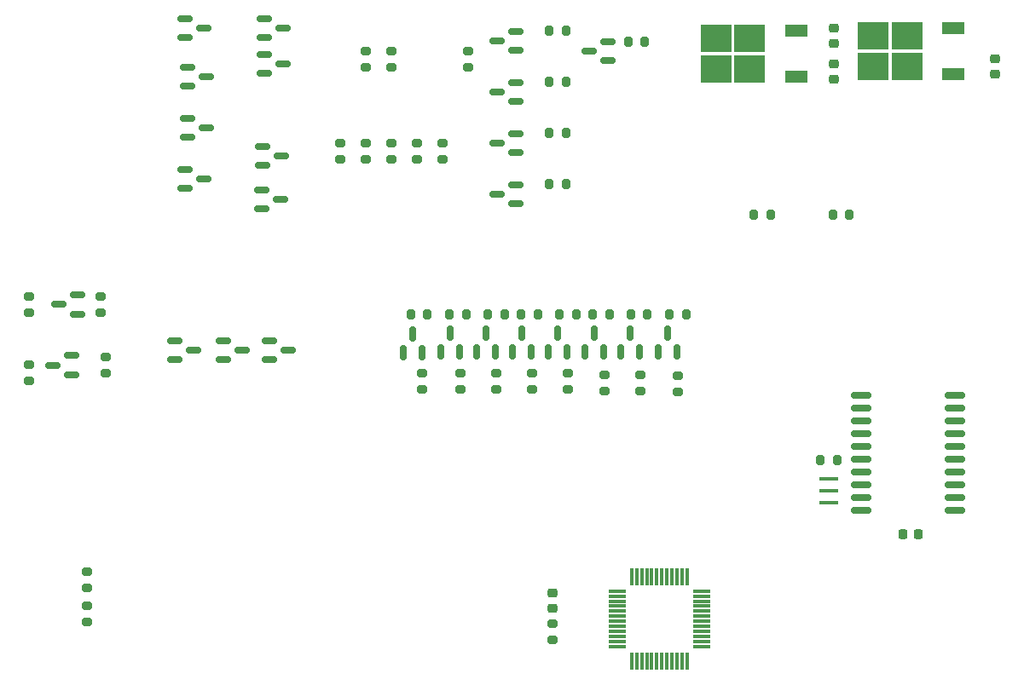
<source format=gbr>
%TF.GenerationSoftware,KiCad,Pcbnew,(6.0.1)*%
%TF.CreationDate,2023-03-04T22:59:05-07:00*%
%TF.ProjectId,DevBoard2.0,44657642-6f61-4726-9432-2e302e6b6963,rev?*%
%TF.SameCoordinates,Original*%
%TF.FileFunction,Paste,Bot*%
%TF.FilePolarity,Positive*%
%FSLAX46Y46*%
G04 Gerber Fmt 4.6, Leading zero omitted, Abs format (unit mm)*
G04 Created by KiCad (PCBNEW (6.0.1)) date 2023-03-04 22:59:05*
%MOMM*%
%LPD*%
G01*
G04 APERTURE LIST*
G04 Aperture macros list*
%AMRoundRect*
0 Rectangle with rounded corners*
0 $1 Rounding radius*
0 $2 $3 $4 $5 $6 $7 $8 $9 X,Y pos of 4 corners*
0 Add a 4 corners polygon primitive as box body*
4,1,4,$2,$3,$4,$5,$6,$7,$8,$9,$2,$3,0*
0 Add four circle primitives for the rounded corners*
1,1,$1+$1,$2,$3*
1,1,$1+$1,$4,$5*
1,1,$1+$1,$6,$7*
1,1,$1+$1,$8,$9*
0 Add four rect primitives between the rounded corners*
20,1,$1+$1,$2,$3,$4,$5,0*
20,1,$1+$1,$4,$5,$6,$7,0*
20,1,$1+$1,$6,$7,$8,$9,0*
20,1,$1+$1,$8,$9,$2,$3,0*%
G04 Aperture macros list end*
%ADD10RoundRect,0.011200X-0.128800X0.768800X-0.128800X-0.768800X0.128800X-0.768800X0.128800X0.768800X0*%
%ADD11RoundRect,0.011200X-0.768800X-0.128800X0.768800X-0.128800X0.768800X0.128800X-0.768800X0.128800X0*%
%ADD12RoundRect,0.200000X-0.200000X-0.275000X0.200000X-0.275000X0.200000X0.275000X-0.200000X0.275000X0*%
%ADD13R,1.900000X0.400000*%
%ADD14RoundRect,0.200000X-0.275000X0.200000X-0.275000X-0.200000X0.275000X-0.200000X0.275000X0.200000X0*%
%ADD15RoundRect,0.200000X0.275000X-0.200000X0.275000X0.200000X-0.275000X0.200000X-0.275000X-0.200000X0*%
%ADD16RoundRect,0.200000X0.200000X0.275000X-0.200000X0.275000X-0.200000X-0.275000X0.200000X-0.275000X0*%
%ADD17RoundRect,0.150000X0.587500X0.150000X-0.587500X0.150000X-0.587500X-0.150000X0.587500X-0.150000X0*%
%ADD18RoundRect,0.225000X-0.225000X-0.250000X0.225000X-0.250000X0.225000X0.250000X-0.225000X0.250000X0*%
%ADD19RoundRect,0.225000X0.250000X-0.225000X0.250000X0.225000X-0.250000X0.225000X-0.250000X-0.225000X0*%
%ADD20RoundRect,0.225000X-0.250000X0.225000X-0.250000X-0.225000X0.250000X-0.225000X0.250000X0.225000X0*%
%ADD21RoundRect,0.150000X0.150000X-0.587500X0.150000X0.587500X-0.150000X0.587500X-0.150000X-0.587500X0*%
%ADD22RoundRect,0.150000X-0.587500X-0.150000X0.587500X-0.150000X0.587500X0.150000X-0.587500X0.150000X0*%
%ADD23R,2.200000X1.200000*%
%ADD24R,3.050000X2.750000*%
%ADD25RoundRect,0.150000X-0.875000X-0.150000X0.875000X-0.150000X0.875000X0.150000X-0.875000X0.150000X0*%
G04 APERTURE END LIST*
D10*
%TO.C,U3*%
X232144500Y-69734000D03*
X232644500Y-69734000D03*
X233144500Y-69734000D03*
X233644500Y-69734000D03*
X234144500Y-69734000D03*
X234644500Y-69734000D03*
X235144500Y-69734000D03*
X235644500Y-69734000D03*
X236144500Y-69734000D03*
X236644500Y-69734000D03*
X237144500Y-69734000D03*
X237644500Y-69734000D03*
X237644500Y-78094000D03*
X237144500Y-78094000D03*
X236644500Y-78094000D03*
X236144500Y-78094000D03*
X235644500Y-78094000D03*
X235144500Y-78094000D03*
X234644500Y-78094000D03*
X234144500Y-78094000D03*
X233644500Y-78094000D03*
X233144500Y-78094000D03*
X232644500Y-78094000D03*
X232144500Y-78094000D03*
D11*
X230714500Y-76664000D03*
X230714500Y-76164000D03*
X230714500Y-75664000D03*
X230714500Y-75164000D03*
X230714500Y-74664000D03*
X230714500Y-74164000D03*
X230714500Y-73664000D03*
X230714500Y-73164000D03*
X230714500Y-72664000D03*
X230714500Y-72164000D03*
X230714500Y-71664000D03*
X230714500Y-71164000D03*
X239074500Y-71164000D03*
X239074500Y-71664000D03*
X239074500Y-72164000D03*
X239074500Y-72664000D03*
X239074500Y-73164000D03*
X239074500Y-73664000D03*
X239074500Y-74164000D03*
X239074500Y-74664000D03*
X239074500Y-75164000D03*
X239074500Y-75664000D03*
X239074500Y-76164000D03*
X239074500Y-76664000D03*
%TD*%
D12*
%TO.C,R39*%
X223965000Y-30734000D03*
X225615000Y-30734000D03*
%TD*%
%TO.C,R38*%
X223965000Y-15494000D03*
X225615000Y-15494000D03*
%TD*%
%TO.C,R37*%
X223965000Y-20574000D03*
X225615000Y-20574000D03*
%TD*%
%TO.C,R36*%
X223965000Y-25654000D03*
X225615000Y-25654000D03*
%TD*%
D13*
%TO.C,Y1*%
X251714000Y-61214000D03*
X251714000Y-62414000D03*
X251714000Y-60014000D03*
%TD*%
D14*
%TO.C,R35*%
X224282000Y-74359000D03*
X224282000Y-76009000D03*
%TD*%
%TO.C,R34*%
X179448488Y-41850000D03*
X179448488Y-43500000D03*
%TD*%
D15*
%TO.C,R33*%
X172336488Y-43500000D03*
X172336488Y-41850000D03*
%TD*%
D14*
%TO.C,R32*%
X179935750Y-47880000D03*
X179935750Y-49530000D03*
%TD*%
D15*
%TO.C,R31*%
X172315750Y-50292000D03*
X172315750Y-48642000D03*
%TD*%
D16*
%TO.C,R30*%
X253746000Y-33782000D03*
X252096000Y-33782000D03*
%TD*%
%TO.C,R29*%
X252539000Y-58166000D03*
X250889000Y-58166000D03*
%TD*%
%TO.C,R28*%
X245935000Y-33719000D03*
X244285000Y-33719000D03*
%TD*%
D17*
%TO.C,Q26*%
X177141750Y-41725000D03*
X177141750Y-43625000D03*
X175266750Y-42675000D03*
%TD*%
%TO.C,Q25*%
X176555250Y-47755000D03*
X176555250Y-49655000D03*
X174680250Y-48705000D03*
%TD*%
D18*
%TO.C,C5*%
X259067000Y-65532000D03*
X260617000Y-65532000D03*
%TD*%
D19*
%TO.C,C4*%
X224282000Y-72898000D03*
X224282000Y-71348000D03*
%TD*%
%TO.C,C3*%
X252222000Y-20333000D03*
X252222000Y-18783000D03*
%TD*%
%TO.C,C2*%
X268224000Y-19825000D03*
X268224000Y-18275000D03*
%TD*%
D20*
%TO.C,C1*%
X252222000Y-15214000D03*
X252222000Y-16764000D03*
%TD*%
D12*
%TO.C,R27*%
X231776000Y-16560800D03*
X233426000Y-16560800D03*
%TD*%
D15*
%TO.C,R26*%
X236728000Y-51371000D03*
X236728000Y-49721000D03*
%TD*%
D12*
%TO.C,R25*%
X235903000Y-43688000D03*
X237553000Y-43688000D03*
%TD*%
D15*
%TO.C,R24*%
X232984000Y-51308000D03*
X232984000Y-49658000D03*
%TD*%
D12*
%TO.C,R23*%
X232030000Y-43688000D03*
X233680000Y-43688000D03*
%TD*%
D15*
%TO.C,R22*%
X229428000Y-51308000D03*
X229428000Y-49658000D03*
%TD*%
D12*
%TO.C,R21*%
X228283000Y-43688000D03*
X229933000Y-43688000D03*
%TD*%
D15*
%TO.C,R20*%
X225806000Y-51117000D03*
X225806000Y-49467000D03*
%TD*%
D12*
%TO.C,R19*%
X224981000Y-43688000D03*
X226631000Y-43688000D03*
%TD*%
D14*
%TO.C,R18*%
X208280000Y-26607000D03*
X208280000Y-28257000D03*
%TD*%
%TO.C,R17*%
X213360000Y-26607000D03*
X213360000Y-28257000D03*
%TD*%
D15*
%TO.C,R16*%
X208280000Y-19113000D03*
X208280000Y-17463000D03*
%TD*%
D14*
%TO.C,R15*%
X203200000Y-26607000D03*
X203200000Y-28257000D03*
%TD*%
%TO.C,R14*%
X205740000Y-26607000D03*
X205740000Y-28257000D03*
%TD*%
%TO.C,R13*%
X210820000Y-26607000D03*
X210820000Y-28257000D03*
%TD*%
D15*
%TO.C,R12*%
X215900000Y-19113000D03*
X215900000Y-17463000D03*
%TD*%
%TO.C,R11*%
X205740000Y-19113000D03*
X205740000Y-17463000D03*
%TD*%
%TO.C,R10*%
X222250000Y-51117000D03*
X222250000Y-49467000D03*
%TD*%
D12*
%TO.C,R9*%
X221171000Y-43688000D03*
X222821000Y-43688000D03*
%TD*%
D15*
%TO.C,R8*%
X218694000Y-51117000D03*
X218694000Y-49467000D03*
%TD*%
D12*
%TO.C,R7*%
X217869000Y-43688000D03*
X219519000Y-43688000D03*
%TD*%
D15*
%TO.C,R6*%
X215138000Y-51117000D03*
X215138000Y-49467000D03*
%TD*%
D12*
%TO.C,R5*%
X214059000Y-43688000D03*
X215709000Y-43688000D03*
%TD*%
D15*
%TO.C,R4*%
X211328000Y-51117000D03*
X211328000Y-49467000D03*
%TD*%
D12*
%TO.C,R3*%
X210186000Y-43688000D03*
X211836000Y-43688000D03*
%TD*%
D15*
%TO.C,R2*%
X178054000Y-74231000D03*
X178054000Y-72581000D03*
%TD*%
%TO.C,R1*%
X178054000Y-70866000D03*
X178054000Y-69216000D03*
%TD*%
D17*
%TO.C,Q24*%
X229791500Y-16576000D03*
X229791500Y-18476000D03*
X227916500Y-17526000D03*
%TD*%
D21*
%TO.C,Q23*%
X236662000Y-47419500D03*
X234762000Y-47419500D03*
X235712000Y-45544500D03*
%TD*%
D17*
%TO.C,Q22*%
X220647500Y-30800000D03*
X220647500Y-32700000D03*
X218772500Y-31750000D03*
%TD*%
%TO.C,Q21*%
X220647500Y-15560000D03*
X220647500Y-17460000D03*
X218772500Y-16510000D03*
%TD*%
%TO.C,Q20*%
X220647500Y-20640000D03*
X220647500Y-22540000D03*
X218772500Y-21590000D03*
%TD*%
%TO.C,Q19*%
X220647500Y-25720000D03*
X220647500Y-27620000D03*
X218772500Y-26670000D03*
%TD*%
D21*
%TO.C,Q18*%
X232918000Y-47419500D03*
X231018000Y-47419500D03*
X231968000Y-45544500D03*
%TD*%
%TO.C,Q17*%
X229362000Y-47419500D03*
X227462000Y-47419500D03*
X228412000Y-45544500D03*
%TD*%
%TO.C,Q16*%
X225740000Y-47419500D03*
X223840000Y-47419500D03*
X224790000Y-45544500D03*
%TD*%
D22*
%TO.C,Q15*%
X188038500Y-26096000D03*
X188038500Y-24196000D03*
X189913500Y-25146000D03*
%TD*%
D21*
%TO.C,Q14*%
X222184000Y-47419500D03*
X220284000Y-47419500D03*
X221234000Y-45544500D03*
%TD*%
D22*
%TO.C,Q13*%
X188038500Y-21016000D03*
X188038500Y-19116000D03*
X189913500Y-20066000D03*
%TD*%
%TO.C,Q12*%
X186768500Y-48194000D03*
X186768500Y-46294000D03*
X188643500Y-47244000D03*
%TD*%
%TO.C,Q11*%
X195658500Y-19746000D03*
X195658500Y-17846000D03*
X197533500Y-18796000D03*
%TD*%
D21*
%TO.C,Q10*%
X218628000Y-47419500D03*
X216728000Y-47419500D03*
X217678000Y-45544500D03*
%TD*%
D22*
%TO.C,Q9*%
X195404500Y-33208000D03*
X195404500Y-31308000D03*
X197279500Y-32258000D03*
%TD*%
%TO.C,Q8*%
X195483000Y-28890000D03*
X195483000Y-26990000D03*
X197358000Y-27940000D03*
%TD*%
%TO.C,Q7*%
X191594500Y-48194000D03*
X191594500Y-46294000D03*
X193469500Y-47244000D03*
%TD*%
%TO.C,Q6*%
X187784500Y-31176000D03*
X187784500Y-29276000D03*
X189659500Y-30226000D03*
%TD*%
%TO.C,Q5*%
X187784500Y-16190000D03*
X187784500Y-14290000D03*
X189659500Y-15240000D03*
%TD*%
D21*
%TO.C,Q4*%
X215072000Y-47419500D03*
X213172000Y-47419500D03*
X214122000Y-45544500D03*
%TD*%
D22*
%TO.C,Q3*%
X195658500Y-16190000D03*
X195658500Y-14290000D03*
X197533500Y-15240000D03*
%TD*%
%TO.C,Q2*%
X196166500Y-48194000D03*
X196166500Y-46294000D03*
X198041500Y-47244000D03*
%TD*%
D21*
%TO.C,Q1*%
X211328000Y-47498000D03*
X209428000Y-47498000D03*
X210378000Y-45623000D03*
%TD*%
D23*
%TO.C,U6*%
X248480000Y-20060000D03*
X248480000Y-15500000D03*
D24*
X240505000Y-19305000D03*
X240505000Y-16255000D03*
X243855000Y-19305000D03*
X243855000Y-16255000D03*
%TD*%
D23*
%TO.C,U4*%
X264110000Y-19806000D03*
X264110000Y-15246000D03*
D24*
X256135000Y-19051000D03*
X256135000Y-16001000D03*
X259485000Y-19051000D03*
X259485000Y-16001000D03*
%TD*%
D25*
%TO.C,U2*%
X254938000Y-63119000D03*
X254938000Y-61849000D03*
X254938000Y-60579000D03*
X254938000Y-59309000D03*
X254938000Y-58039000D03*
X254938000Y-56769000D03*
X254938000Y-55499000D03*
X254938000Y-54229000D03*
X254938000Y-52959000D03*
X254938000Y-51689000D03*
X264238000Y-51689000D03*
X264238000Y-52959000D03*
X264238000Y-54229000D03*
X264238000Y-55499000D03*
X264238000Y-56769000D03*
X264238000Y-58039000D03*
X264238000Y-59309000D03*
X264238000Y-60579000D03*
X264238000Y-61849000D03*
X264238000Y-63119000D03*
%TD*%
M02*

</source>
